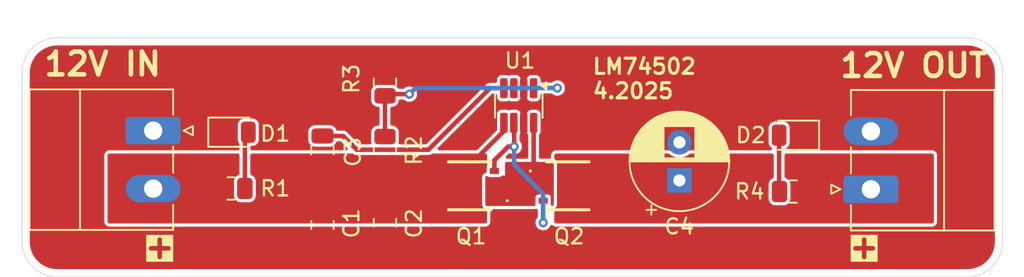
<source format=kicad_pcb>
(kicad_pcb (version 20241229) (generator "pcbnew") (generator_version "9.0")
  (layers (0 "F.Cu" signal) (2 "B.Cu" signal) (13 "F.Paste" user) (15 "B.Paste" user) (5 "F.SilkS" user "F.Silkscreen") (7 "B.SilkS" user "B.Silkscreen") (1 "F.Mask" user) (3 "B.Mask" user) (25 "Edge.Cuts" user))
  (net 0 "")
  (net 1 "/+12VIN")
  (net 2 "GND")
  (net 3 "Net-(U1-VCAP)")
  (net 4 "/+12VOUT")
  (net 5 "Net-(D1-A)")
  (net 6 "Net-(D2-A)")
  (net 7 "Net-(Q1-G)")
  (net 8 "Net-(U1-EN{slash}UVLO)")
  (net 10 "/SRC")
  (footprint "Package_TO_SOT_SMD:SOT-23-8" (layer "F.Cu") (at 134.475 71.75 -90)
    (property "Reference" "U1" (at -2.95 -0.075 0) (layer "F.SilkS"))
    (property "Value" "LM74502QDDFRQ1")
    (fp_line (start 0 1.56) (end -0.8 1.56) (stroke (width 0.12)) (layer "F.SilkS"))
    (fp_line (start 0 1.56) (end 0.8 1.56) (stroke (width 0.12)) (layer "F.SilkS"))
    (fp_line (start 0 -1.56) (end -0.8 -1.56) (stroke (width 0.12)) (layer "F.SilkS"))
    (fp_line (start 0 -1.56) (end 0.8 -1.56) (stroke (width 0.12)) (layer "F.SilkS"))
    (fp_poly (pts (xy -1.3 -1.485) (xy -1.54 -1.815) (xy -1.06 -1.815) (xy -1.3 -1.485)) (stroke (width 0.12)) (fill yes) (layer "F.SilkS"))
    (pad "1" smd roundrect (at -1.1375 -0.975 270) (size 1.325 0.5) (layers "F.Cu" "F.Mask" "F.Paste") (net 8 "Net-(U1-EN{slash}UVLO)"))
    (pad "2" smd roundrect (at -1.1375 -0.325 270) (size 1.325 0.5) (layers "F.Cu" "F.Mask" "F.Paste") (net 2 "GND"))
    (pad "3" smd roundrect (at -1.1375 0.325 270) (size 1.325 0.5) (layers "F.Cu" "F.Mask" "F.Paste"))
    (pad "4" smd roundrect (at -1.1375 0.975 270) (size 1.325 0.5) (layers "F.Cu" "F.Mask" "F.Paste") (net 3 "Net-(U1-VCAP)"))
    (pad "5" smd roundrect (at 1.1375 0.975 270) (size 1.325 0.5) (layers "F.Cu" "F.Mask" "F.Paste") (net 1 "/+12VIN"))
    (pad "6" smd roundrect (at 1.1375 0.325 270) (size 1.325 0.5) (layers "F.Cu" "F.Mask" "F.Paste") (net 7 "Net-(Q1-G)"))
    (pad "7" smd roundrect (at 1.1375 -0.325 270) (size 1.325 0.5) (layers "F.Cu" "F.Mask" "F.Paste") (net 2 "GND"))
    (pad "8" smd roundrect (at 1.1375 -0.975 270) (size 1.325 0.5) (layers "F.Cu" "F.Mask" "F.Paste") (net 10 "/SRC"))
  )
  (footprint "Capacitor_THT:CP_Radial_D6.3mm_P2.50mm" (layer "F.Cu") (at 145.01 76.67 90)
    (property "Reference" "C4" (at -3.03 -0.01 180) (layer "F.SilkS"))
    (property "Value" "220u")
    (fp_line (start 1.33 -3.23) (end 1.33 3.23) (stroke (width 0.12)) (layer "F.SilkS"))
    (fp_line (start 1.29 -3.23) (end 1.29 3.23) (stroke (width 0.12)) (layer "F.SilkS"))
    (fp_line (start 1.25 -3.23) (end 1.25 3.23) (stroke (width 0.12)) (layer "F.SilkS"))
    (fp_line (start 1.37 -3.228) (end 1.37 3.228) (stroke (width 0.12)) (layer "F.SilkS"))
    (fp_line (start 1.41 -3.227) (end 1.41 3.227) (stroke (width 0.12)) (layer "F.SilkS"))
    (fp_line (start 1.45 -3.224) (end 1.45 3.224) (stroke (width 0.12)) (layer "F.SilkS"))
    (fp_line (start 1.49 -3.222) (end 1.49 -1.04) (stroke (width 0.12)) (layer "F.SilkS"))
    (fp_line (start 1.53 -3.218) (end 1.53 -1.04) (stroke (width 0.12)) (layer "F.SilkS"))
    (fp_line (start 1.57 -3.215) (end 1.57 -1.04) (stroke (width 0.12)) (layer "F.SilkS"))
    (fp_line (start 1.61 -3.211) (end 1.61 -1.04) (stroke (width 0.12)) (layer "F.SilkS"))
    (fp_line (start 1.65 -3.206) (end 1.65 -1.04) (stroke (width 0.12)) (layer "F.SilkS"))
    (fp_line (start 1.69 -3.201) (end 1.69 -1.04) (stroke (width 0.12)) (layer "F.SilkS"))
    (fp_line (start 1.73 -3.195) (end 1.73 -1.04) (stroke (width 0.12)) (layer "F.SilkS"))
    (fp_line (start 1.77 -3.189) (end 1.77 -1.04) (stroke (width 0.12)) (layer "F.SilkS"))
    (fp_line (start 1.81 -3.182) (end 1.81 -1.04) (stroke (width 0.12)) (layer "F.SilkS"))
    (fp_line (start 1.85 -3.175) (end 1.85 -1.04) (stroke (width 0.12)) (layer "F.SilkS"))
    (fp_line (start 1.89 -3.167) (end 1.89 -1.04) (stroke (width 0.12)) (layer "F.SilkS"))
    (fp_line (start 1.93 -3.159) (end 1.93 -1.04) (stroke (width 0.12)) (layer "F.SilkS"))
    (fp_line (start 1.971 -3.15) (end 1.971 -1.04) (stroke (width 0.12)) (layer "F.SilkS"))
    (fp_line (start 2.011 -3.141) (end 2.011 -1.04) (stroke (width 0.12)) (layer "F.SilkS"))
    (fp_line (start 2.051 -3.131) (end 2.051 -1.04) (stroke (width 0.12)) (layer "F.SilkS"))
    (fp_line (start 2.091 -3.121) (end 2.091 -1.04) (stroke (width 0.12)) (layer "F.SilkS"))
    (fp_line (start 2.131 -3.11) (end 2.131 -1.04) (stroke (width 0.12)) (layer "F.SilkS"))
    (fp_line (start 2.171 -3.098) (end 2.171 -1.04) (stroke (width 0.12)) (layer "F.SilkS"))
    (fp_line (start 2.211 -3.086) (end 2.211 -1.04) (stroke (width 0.12)) (layer "F.SilkS"))
    (fp_line (start 2.251 -3.074) (end 2.251 -1.04) (stroke (width 0.12)) (layer "F.SilkS"))
    (fp_line (start 2.291 -3.061) (end 2.291 -1.04) (stroke (width 0.12)) (layer "F.SilkS"))
    (fp_line (start 2.331 -3.047) (end 2.331 -1.04) (stroke (width 0.12)) (layer "F.SilkS"))
    (fp_line (start 2.371 -3.033) (end 2.371 -1.04) (stroke (width 0.12)) (layer "F.SilkS"))
    (fp_line (start 2.411 -3.018) (end 2.411 -1.04) (stroke (width 0.12)) (layer "F.SilkS"))
    (fp_line (start 2.451 -3.002) (end 2.451 -1.04) (stroke (width 0.12)) (layer "F.SilkS"))
    (fp_line (start 2.491 -2.986) (end 2.491 -1.04) (stroke (width 0.12)) (layer "F.SilkS"))
    (fp_line (start 2.531 -2.97) (end 2.531 -1.04) (stroke (width 0.12)) (layer "F.SilkS"))
    (fp_line (start 2.571 -2.952) (end 2.571 -1.04) (stroke (width 0.12)) (layer "F.SilkS"))
    (fp_line (start 2.611 -2.934) (end 2.611 -1.04) (stroke (width 0.12)) (layer "F.SilkS"))
    (fp_line (start 2.651 -2.916) (end 2.651 -1.04) (stroke (width 0.12)) (layer "F.SilkS"))
    (fp_line (start 2.691 -2.896) (end 2.691 -1.04) (stroke (width 0.12)) (layer "F.SilkS"))
    (fp_line (start 2.731 -2.876) (end 2.731 -1.04) (stroke (width 0.12)) (layer "F.SilkS"))
    (fp_line (start 2.771 -2.856) (end 2.771 -1.04) (stroke (width 0.12)) (layer "F.SilkS"))
    (fp_line (start 2.811 -2.834) (end 2.811 -1.04) (stroke (width 0.12)) (layer "F.SilkS"))
    (fp_line (start 2.851 -2.812) (end 2.851 -1.04) (stroke (width 0.12)) (layer "F.SilkS"))
    (fp_line (start 2.891 -2.79) (end 2.891 -1.04) (stroke (width 0.12)) (layer "F.SilkS"))
    (fp_line (start 2.931 -2.766) (end 2.931 -1.04) (stroke (width 0.12)) (layer "F.SilkS"))
    (fp_line (start 2.971 -2.742) (end 2.971 -1.04) (stroke (width 0.12)) (layer "F.SilkS"))
    (fp_line (start 3.011 -2.716) (end 3.011 -1.04) (stroke (width 0.12)) (layer "F.SilkS"))
    (fp_line (start 3.051 -2.69) (end 3.051 -1.04) (stroke (width 0.12)) (layer "F.SilkS"))
    (fp_line (start 3.091 -2.664) (end 3.091 -1.04) (stroke (width 0.12)) (layer "F.SilkS"))
    (fp_line (start 3.131 -2.636) (end 3.131 -1.04) (stroke (width 0.12)) (layer "F.SilkS"))
    (fp_line (start 3.171 -2.607) (end 3.171 -1.04) (stroke (width 0.12)) (layer "F.SilkS"))
    (fp_line (start 3.211 -2.578) (end 3.211 -1.04) (stroke (width 0.12)) (layer "F.SilkS"))
    (fp_line (start 3.251 -2.548) (end 3.251 -1.04) (stroke (width 0.12)) (layer "F.SilkS"))
    (fp_line (start 3.291 -2.516) (end 3.291 -1.04) (stroke (width 0.12)) (layer "F.SilkS"))
    (fp_line (start 3.331 -2.484) (end 3.331 -1.04) (stroke (width 0.12)) (layer "F.SilkS"))
    (fp_line (start 3.371 -2.45) (end 3.371 -1.04) (stroke (width 0.12)) (layer "F.SilkS"))
    (fp_line (start 3.411 -2.416) (end 3.411 -1.04) (stroke (width 0.12)) (layer "F.SilkS"))
    (fp_line (start 3.451 -2.38) (end 3.451 -1.04) (stroke (width 0.12)) (layer "F.SilkS"))
    (fp_line (start 3.491 -2.343) (end 3.491 -1.04) (stroke (width 0.12)) (layer "F.SilkS"))
    (fp_line (start 3.531 -2.305) (end 3.531 -1.04) (stroke (width 0.12)) (layer "F.SilkS"))
    (fp_line (start 3.571 -2.265) (end 3.571 2.265) (stroke (width 0.12)) (layer "F.SilkS"))
    (fp_line (start 3.611 -2.224) (end 3.611 2.224) (stroke (width 0.12)) (layer "F.SilkS"))
    (fp_line (start 3.651 -2.182) (end 3.651 2.182) (stroke (width 0.12)) (layer "F.SilkS"))
    (fp_line (start -1.935241 -2.154) (end -1.935241 -1.524) (stroke (width 0.12)) (layer "F.SilkS"))
    (fp_line (start 3.691 -2.137) (end 3.691 2.137) (stroke (width 0.12)) (layer "F.SilkS"))
    (fp_line (start 3.731 -2.092) (end 3.731 2.092) (stroke (width 0.12)) (layer "F.SilkS"))
    (fp_line (start 3.771 -2.044) (end 3.771 2.044) (stroke (width 0.12)) (layer "F.SilkS"))
    (fp_line (start 3.811 -1.995) (end 3.811 1.995) (stroke (width 0.12)) (layer "F.SilkS"))
    (fp_line (start 3.851 -1.944) (end 3.851 1.944) (stroke (width 0.12)) (layer "F.SilkS"))
    (fp_line (start 3.891 -1.89) (end 3.891 1.89) (stroke (width 0.12)) (layer "F.SilkS"))
    (fp_line (start -2.250241 -1.839) (end -1.620241 -1.839) (stroke (width 0.12)) (layer "F.SilkS"))
    (fp_line (start 3.931 -1.834) (end 3.931 1.834) (stroke (width 0.12)) (layer "F.SilkS"))
    (fp_line (start 3.971 -1.776) (end 3.971 1.776) (stroke (width 0.12)) (layer "F.SilkS"))
    (fp_line (start 4.011 -1.714) (end 4.011 1.714) (stroke (width 0.12)) (layer "F.SilkS"))
    (fp_line (start 4.051 -1.65) (end 4.051 1.65) (stroke (width 0.12)) (layer "F.SilkS"))
    (fp_line (start 4.091 -1.581) (end 4.091 1.581) (stroke (width 0.12)) (layer "F.SilkS"))
    (fp_line (start 4.131 -1.509) (end 4.131 1.509) (stroke (width 0.12)) (layer "F.SilkS"))
    (fp_line (start 4.171 -1.432) (end 4.171 1.432) (stroke (width 0.12)) (layer "F.SilkS"))
    (fp_line (start 4.211 -1.35) (end 4.211 1.35) (stroke (width 0.12)) (layer "F.SilkS"))
    (fp_line (start 4.251 -1.262) (end 4.251 1.262) (stroke (width 0.12)) (layer "F.SilkS"))
    (fp_line (start 4.291 -1.165) (end 4.291 1.165) (stroke (width 0.12)) (layer "F.SilkS"))
    (fp_line (start 4.331 -1.059) (end 4.331 1.059) (stroke (width 0.12)) (layer "F.SilkS"))
    (fp_line (start 4.371 -0.94) (end 4.371 0.94) (stroke (width 0.12)) (layer "F.SilkS"))
    (fp_line (start 4.411 -0.802) (end 4.411 0.802) (stroke (width 0.12)) (layer "F.SilkS"))
    (fp_line (start 4.451 -0.633) (end 4.451 0.633) (stroke (width 0.12)) (layer "F.SilkS"))
    (fp_line (start 4.491 -0.402) (end 4.491 0.402) (stroke (width 0.12)) (layer "F.SilkS"))
    (fp_line (start 3.531 1.04) (end 3.531 2.305) (stroke (width 0.12)) (layer "F.SilkS"))
    (fp_line (start 3.491 1.04) (end 3.491 2.343) (stroke (width 0.12)) (layer "F.SilkS"))
    (fp_line (start 3.451 1.04) (end 3.451 2.38) (stroke (width 0.12)) (layer "F.SilkS"))
    (fp_line (start 3.411 1.04) (end 3.411 2.416) (stroke (width 0.12)) (layer "F.SilkS"))
    (fp_line (start 3.371 1.04) (end 3.371 2.45) (stroke (width 0.12)) (layer "F.SilkS"))
    (fp_line (start 3.331 1.04) (end 3.331 2.484) (stroke (width 0.12)) (layer "F.SilkS"))
    (fp_line (start 3.291 1.04) (end 3.291 2.516) (stroke (width 0.12)) (layer "F.SilkS"))
    (fp_line (start 3.251 1.04) (end 3.251 2.548) (stroke (width 0.12)) (layer "F.SilkS"))
    (fp_line (start 3.211 1.04) (end 3.211 2.578) (stroke (width 0.12)) (layer "F.SilkS"))
    (fp_line (start 3.171 1.04) (end 3.171 2.607) (stroke (width 0.12)) (layer "F.SilkS"))
    (fp_line (start 3.131 1.04) (end 3.131 2.636) (stroke (width 0.12)) (layer "F.SilkS"))
    (fp_line (start 3.091 1.04) (end 3.091 2.664) (stroke (width 0.12)) (layer "F.SilkS"))
    (fp_line (start 3.051 1.04) (end 3.051 2.69) (stroke (width 0.12)) (layer "F.SilkS"))
    (fp_line (start 3.011 1.04) (end 3.011 2.716) (stroke (width 0.12)) (layer "F.SilkS"))
    (fp_line (start 2.971 1.04) (end 2.971 2.742) (stroke (width 0.12)) (layer "F.SilkS"))
    (fp_line (start 2.931 1.04) (end 2.931 2.766) (stroke (width 0.12)) (layer "F.SilkS"))
    (fp_line (start 2.891 1.04) (end 2.891 2.79) (stroke (width 0.12)) (layer "F.SilkS"))
    (fp_line (start 2.851 1.04) (end 2.851 2.812) (stroke (width 0.12)) (layer "F.SilkS"))
    (fp_line (start 2.811 1.04) (end 2.811 2.834) (stroke (width 0.12)) (layer "F.SilkS"))
    (fp_line (start 2.771 1.04) (end 2.771 2.856) (stroke (width 0.12)) (layer "F.SilkS"))
    (fp_line (start 2.731 1.04) (end 2.731 2.876) (stroke (width 0.12)) (layer "F.SilkS"))
    (fp_line (start 2.691 1.04) (end 2.691 2.896) (stroke (width 0.12)) (layer "F.SilkS"))
    (fp_line (start 2.651 1.04) (end 2.651 2.916) (stroke (width 0.12)) (layer "F.SilkS"))
    (fp_line (start 2.611 1.04) (end 2.611 2.934) (stroke (width 0.12)) (layer "F.SilkS"))
    (fp_line (start 2.571 1.04) (end 2.571 2.952) (stroke (width 0.12)) (layer "F.SilkS"))
    (fp_line (start 2.531 1.04) (end 2.531 2.97) (stroke (width 0.12)) (layer "F.SilkS"))
    (fp_line (start 2.491 1.04) (end 2.491 2.986) (stroke (width 0.12)) (layer "F.SilkS"))
    (fp_line (start 2.451 1.04) (end 2.451 3.002) (stroke (width 0.12)) (layer "F.SilkS"))
    (fp_line (start 2.411 1.04) (end 2.411 3.018) (stroke (width 0.12)) (layer "F.SilkS"))
    (fp_line (start 2.371 1.04) (end 2.371 3.033) (stroke (width 0.12)) (layer "F.SilkS"))
    (fp_line (start 2.331 1.04) (end 2.331 3.047) (stroke (width 0.12)) (layer "F.SilkS"))
    (fp_line (start 2.291 1.04) (end 2.291 3.061) (stroke (width 0.12)) (layer "F.SilkS"))
    (fp_line (start 2.251 1.04) (end 2.251 3.074) (stroke (width 0.12)) (layer "F.SilkS"))
    (fp_line (start 2.211 1.04) (end 2.211 3.086) (stroke (width 0.12)) (layer "F.SilkS"))
    (fp_line (start 2.171 1.04) (end 2.171 3.098) (stroke (width 0.12)) (layer "F.SilkS"))
    (fp_line (start 2.131 1.04) (end 2.131 3.11) (stroke (width 0.12)) (layer "F.SilkS"))
    (fp_line (start 2.091 1.04) (end 2.091 3.121) (stroke (width 0.12)) (layer "F.SilkS"))
    (fp_line (start 2.051 1.04) (end 2.051 3.131) (stroke (width 0.12)) (layer "F.SilkS"))
    (fp_line (start 2.011 1.04) (end 2.011 3.141) (stroke (width 0.12)) (layer "F.SilkS"))
    (fp_line (start 1.971 1.04) (end 1.971 3.15) (stroke (width 0.12)) (layer "F.SilkS"))
    (fp_line (start 1.93 1.04) (end 1.93 3.159) (stroke (width 0.12)) (layer "F.SilkS"))
    (fp_line (start 1.89 1.04) (end 1.89 3.167) (stroke (width 0.12)) (layer "F.SilkS"))
    (fp_line (start 1.85 1.04) (end 1.85 3.175) (stroke (width 0.12)) (layer "F.SilkS"))
    (fp_line (start 1.81 1.04) (end 1.81 3.182) (stroke (width 0.12)) (layer "F.SilkS"))
    (fp_line (start 1.77 1.04) (end 1.77 3.189) (stroke (width 0.12)) (layer "F.SilkS"))
    (fp_line (start 1.73 1.04) (end 1.73 3.195) (stroke (width 0.12)) (layer "F.SilkS"))
    (fp_line (start 1.69 1.04) (end 1.69 3.201) (stroke (width 0.12)) (layer "F.SilkS"))
    (fp_line (start 1.65 1.04) (end 1.65 3.206) (stroke (width 0.12)) (layer "F.SilkS"))
    (fp_line (start 1.61 1.04) (end 1.61 3.211) (stroke (width 0.12)) (layer "F.SilkS"))
    (fp_line (start 1.57 1.04) (end 1.57 3.215) (stroke (width 0.12)) (layer "F.SilkS"))
    (fp_line (start 1.53 1.04) (end 1.53 3.218) (stroke (width 0.12)) (layer "F.SilkS"))
    (fp_line (start 1.49 1.04) (end 1.49 3.222) (stroke (width 0.12)) (layer "F.SilkS"))
    (fp_circle (center 1.25 0) (end 4.52 0) (stroke (width 0.12)) (fill no) (layer "F.SilkS"))
    (pad "1" thru_hole rect (at 0 0 90) (size 1.6 1.6) (drill 0.8) (layers "*.Cu" "*.Mask") (net 4 "/+12VOUT"))
    (pad "2" thru_hole circle (at 2.5 0 90) (size 1.6 1.6) (drill 0.8) (layers "*.Cu" "*.Mask") (net 2 "GND"))
  )
  (footprint "Resistor_SMD:R_0805_2012Metric" (layer "F.Cu") (at 125.7 74.7 90)
    (property "Reference" "R2" (at 0 1.9 90) (layer "F.SilkS"))
    (property "Value" "300k")
    (fp_line (start -0.227064 -0.735) (end 0.227064 -0.735) (stroke (width 0.12)) (layer "F.SilkS"))
    (fp_line (start -0.227064 0.735) (end 0.227064 0.735) (stroke (width 0.12)) (layer "F.SilkS"))
    (pad "1" smd roundrect (at -0.9125 0 90) (size 1.025 1.4) (layers "F.Cu" "F.Mask" "F.Paste") (roundrect_rratio 0.243902) (net 1 "/+12VIN"))
    (pad "2" smd roundrect (at 0.9125 0 90) (size 1.025 1.4) (layers "F.Cu" "F.Mask" "F.Paste") (roundrect_rratio 0.243902) (net 8 "Net-(U1-EN{slash}UVLO)"))
  )
  (footprint "PXN012-60QLJ:PXN01260QLJ" (layer "F.Cu") (at 131.275 77.025 90)
    (property "Reference" "Q1" (at -3.325 0.075 180) (layer "F.SilkS"))
    (property "Value" "PXN012-60QLJ" (hide yes))
    (fp_line (start 1.575 -1.412) (end 1.575 1.387) (stroke (width 0.2)) (layer "F.SilkS"))
    (fp_line (start -1.575 -1.412) (end -1.575 1.387) (stroke (width 0.2)) (layer "F.SilkS"))
    (fp_line (start -0.975 2.388) (end -0.975 2.388) (stroke (width 0.1)) (layer "F.SilkS"))
    (fp_line (start -0.975 2.487) (end -0.975 2.487) (stroke (width 0.1)) (layer "F.SilkS"))
    (fp_arc (start -0.975 2.388) (mid -0.9255 2.4375) (end -0.975 2.487) (stroke (width 0.1)) (layer "F.SilkS"))
    (fp_arc (start -0.975 2.487) (mid -1.0245 2.4375) (end -0.975 2.388) (stroke (width 0.1)) (layer "F.SilkS"))
    (pad "1" smd rect (at -0.975 1.6 90) (size 0.4 0.6) (layers "F.Cu" "F.Mask" "F.Paste") (net 10 "/SRC"))
    (pad "2" smd rect (at -0.325 1.6 90) (size 0.4 0.6) (layers "F.Cu" "F.Mask" "F.Paste") (net 10 "/SRC"))
    (pad "3" smd rect (at 0.325 1.6 90) (size 0.4 0.6) (layers "F.Cu" "F.Mask" "F.Paste") (net 10 "/SRC"))
    (pad "4" smd rect (at 0.975 1.6 90) (size 0.4 0.6) (layers "F.Cu" "F.Mask" "F.Paste") (net 7 "Net-(Q1-G)"))
    (pad "5" smd rect (at 0.975 -1.625 90) (size 0.4 0.55) (layers "F.Cu" "F.Mask" "F.Paste") (net 1 "/+12VIN"))
    (pad "6" smd rect (at 0.325 -1.625 90) (size 0.4 0.55) (layers "F.Cu" "F.Mask" "F.Paste") (net 1 "/+12VIN"))
    (pad "7" smd rect (at -0.325 -1.625 90) (size 0.4 0.55) (layers "F.Cu" "F.Mask" "F.Paste") (net 1 "/+12VIN"))
    (pad "8" smd rect (at -0.975 -1.625 90) (size 0.4 0.55) (layers "F.Cu" "F.Mask" "F.Paste") (net 1 "/+12VIN"))
    (pad "8" smd rect (at 0 -0.335 180) (size 2.03 2.65) (layers "F.Cu" "F.Mask" "F.Paste") (net 1 "/+12VIN"))
  )
  (footprint "Capacitor_SMD:C_0805_2012Metric" (layer "F.Cu") (at 125.7 79.45 -90)
    (property "Reference" "C2" (at 0.05 -1.9 90) (layer "F.SilkS"))
    (property "Value" "100n")
    (fp_line (start -0.261252 0.735) (end 0.261252 0.735) (stroke (width 0.12)) (layer "F.SilkS"))
    (fp_line (start -0.261252 -0.735) (end 0.261252 -0.735) (stroke (width 0.12)) (layer "F.SilkS"))
    (pad "1" smd roundrect (at -0.95 0 270) (size 1 1.45) (layers "F.Cu" "F.Mask" "F.Paste") (net 1 "/+12VIN"))
    (pad "2" smd roundrect (at 0.95 0 270) (size 1 1.45) (layers "F.Cu" "F.Mask" "F.Paste") (net 2 "GND"))
  )
  (footprint "PXN012-60QLJ:PXN01260QLJ" (layer "F.Cu") (at 137.675 77.025 -90)
    (property "Reference" "Q2" (at 3.325 -0.1 0) (layer "F.SilkS"))
    (property "Value" "PXN012-60QLJ" (hide yes))
    (fp_line (start -0.975 2.487) (end -0.975 2.487) (stroke (width 0.1)) (layer "F.SilkS"))
    (fp_line (start -0.975 2.388) (end -0.975 2.388) (stroke (width 0.1)) (layer "F.SilkS"))
    (fp_line (start -1.575 -1.412) (end -1.575 1.387) (stroke (width 0.2)) (layer "F.SilkS"))
    (fp_line (start 1.575 -1.412) (end 1.575 1.387) (stroke (width 0.2)) (layer "F.SilkS"))
    (fp_arc (start -0.975 2.487) (mid -1.0245 2.4375) (end -0.975 2.388) (stroke (width 0.1)) (layer "F.SilkS"))
    (fp_arc (start -0.975 2.388) (mid -0.9255 2.4375) (end -0.975 2.487) (stroke (width 0.1)) (layer "F.SilkS"))
    (pad "1" smd rect (at -0.975 1.6 270) (size 0.4 0.6) (layers "F.Cu" "F.Mask" "F.Paste") (net 10 "/SRC"))
    (pad "2" smd rect (at -0.325 1.6 270) (size 0.4 0.6) (layers "F.Cu" "F.Mask" "F.Paste") (net 10 "/SRC"))
    (pad "3" smd rect (at 0.325 1.6 270) (size 0.4 0.6) (layers "F.Cu" "F.Mask" "F.Paste") (net 10 "/SRC"))
    (pad "4" smd rect (at 0.975 1.6 270) (size 0.4 0.6) (layers "F.Cu" "F.Mask" "F.Paste") (net 7 "Net-(Q1-G)"))
    (pad "5" smd rect (at 0.975 -1.625 270) (size 0.4 0.55) (layers "F.Cu" "F.Mask" "F.Paste") (net 4 "/+12VOUT"))
    (pad "6" smd rect (at 0.325 -1.625 270) (size 0.4 0.55) (layers "F.Cu" "F.Mask" "F.Paste") (net 4 "/+12VOUT"))
    (pad "7" smd rect (at -0.325 -1.625 270) (size 0.4 0.55) (layers "F.Cu" "F.Mask" "F.Paste") (net 4 "/+12VOUT"))
    (pad "8" smd rect (at -0.975 -1.625 270) (size 0.4 0.55) (layers "F.Cu" "F.Mask" "F.Paste") (net 4 "/+12VOUT"))
    (pad "8" smd rect (at 0 -0.335) (size 2.03 2.65) (layers "F.Cu" "F.Mask" "F.Paste") (net 4 "/+12VOUT"))
  )
  (footprint "Capacitor_SMD:C_0805_2012Metric" (layer "F.Cu") (at 121.6 79.6 90)
    (property "Reference" "C1" (at 0.1 1.9 90) (layer "F.SilkS"))
    (property "Value" "100n")
    (fp_line (start -0.261252 -0.735) (end 0.261252 -0.735) (stroke (width 0.12)) (layer "F.SilkS"))
    (fp_line (start -0.261252 0.735) (end 0.261252 0.735) (stroke (width 0.12)) (layer "F.SilkS"))
    (pad "1" smd roundrect (at -0.95 0 90) (size 1 1.45) (layers "F.Cu" "F.Mask" "F.Paste") (net 2 "GND"))
    (pad "2" smd roundrect (at 0.95 0 90) (size 1 1.45) (layers "F.Cu" "F.Mask" "F.Paste") (net 1 "/+12VIN"))
  )
  (footprint "LED_SMD:LED_0805_2012Metric" (layer "F.Cu") (at 115.8 73.5)
    (property "Reference" "D1" (at 2.7 0.1 0) (layer "F.SilkS"))
    (property "Value" "LED")
    (fp_line (start -1.685 -0.96) (end -1.685 0.96) (stroke (width 0.12)) (layer "F.SilkS"))
    (fp_line (start -1.685 0.96) (end 1 0.96) (stroke (width 0.12)) (layer "F.SilkS"))
    (fp_line (start 1 -0.96) (end -1.685 -0.96) (stroke (width 0.12)) (layer "F.SilkS"))
    (pad "1" smd roundrect (at -0.9375 0) (size 0.975 1.4) (layers "F.Cu" "F.Mask" "F.Paste") (net 2 "GND"))
    (pad "2" smd roundrect (at 0.9375 0) (size 0.975 1.4) (layers "F.Cu" "F.Mask" "F.Paste") (net 5 "Net-(D1-A)"))
  )
  (footprint "Resistor_SMD:R_0805_2012Metric" (layer "F.Cu") (at 125.7 70.2 90)
    (property "Reference" "R3" (at 0.2 -2.2 90) (layer "F.SilkS"))
    (property "Value" "33k")
    (fp_line (start -0.227064 -0.735) (end 0.227064 -0.735) (stroke (width 0.12)) (layer "F.SilkS"))
    (fp_line (start -0.227064 0.735) (end 0.227064 0.735) (stroke (width 0.12)) (layer "F.SilkS"))
    (pad "1" smd roundrect (at -0.9125 0 90) (size 1.025 1.4) (layers "F.Cu" "F.Mask" "F.Paste") (roundrect_rratio 0.243902) (net 8 "Net-(U1-EN{slash}UVLO)"))
    (pad "2" smd roundrect (at 0.9125 0 90) (size 1.025 1.4) (layers "F.Cu" "F.Mask" "F.Paste") (roundrect_rratio 0.243902) (net 2 "GND"))
  )
  (footprint "Connector_Phoenix_MC:PhoenixContact_MC_1,5_2-G-3.81_1x02_P3.81mm_Horizontal" (layer "F.Cu") (at 157.5675 77.25 90)
    (property "Reference" "J3")
    (property "Value" "Conn_01x02")
    (fp_line (start 0.3 -2.6) (end 0 -2) (stroke (width 0.12)) (layer "F.SilkS"))
    (fp_line (start -0.3 -2.6) (end 0.3 -2.6) (stroke (width 0.12)) (layer "F.SilkS"))
    (fp_line (start 0 -2) (end -0.3 -2.6) (stroke (width 0.12)) (layer "F.SilkS"))
    (fp_line (start 6.52 -1.31) (end 4.86 -1.31) (stroke (width 0.12)) (layer "F.SilkS"))
    (fp_line (start 1.05 -1.31) (end 2.76 -1.31) (stroke (width 0.12)) (layer "F.SilkS"))
    (fp_line (start -2.71 -1.31) (end -1.05 -1.31) (stroke (width 0.12)) (layer "F.SilkS"))
    (fp_line (start -2.71 -1.31) (end -2.71 8.11) (stroke (width 0.12)) (layer "F.SilkS"))
    (fp_line (start -2.71 4.8) (end 6.52 4.8) (stroke (width 0.12)) (layer "F.SilkS"))
    (fp_line (start 6.52 8.11) (end 6.52 -1.31) (stroke (width 0.12)) (layer "F.SilkS"))
    (fp_line (start -2.71 8.11) (end 6.52 8.11) (stroke (width 0.12)) (layer "F.SilkS"))
    (pad "1" thru_hole roundrect (at 0 0 90) (size 1.8 3.6) (drill 1.2) (layers "*.Cu" "*.Mask") (roundrect_rratio 0.138889) (net 4 "/+12VOUT"))
    (pad "2" thru_hole oval (at 3.81 0 90) (size 1.8 3.6) (drill 1.2) (layers "*.Cu" "*.Mask") (net 2 "GND"))
  )
  (footprint "Capacitor_SMD:C_0805_2012Metric" (layer "F.Cu") (at 121.6 74.7 90)
    (property "Reference" "C3" (at -0.1 2 90) (layer "F.SilkS"))
    (property "Value" "220n")
    (fp_line (start -0.261252 -0.735) (end 0.261252 -0.735) (stroke (width 0.12)) (layer "F.SilkS"))
    (fp_line (start -0.261252 0.735) (end 0.261252 0.735) (stroke (width 0.12)) (layer "F.SilkS"))
    (pad "1" smd roundrect (at -0.95 0 90) (size 1 1.45) (layers "F.Cu" "F.Mask" "F.Paste") (net 1 "/+12VIN"))
    (pad "2" smd roundrect (at 0.95 0 90) (size 1 1.45) (layers "F.Cu" "F.Mask" "F.Paste") (net 3 "Net-(U1-VCAP)"))
  )
  (footprint "Connector_Phoenix_MC:PhoenixContact_MC_1,5_2-G-3.81_1x02_P3.81mm_Horizontal" (layer "F.Cu") (at 110.5 73.4 -90)
    (property "Reference" "J1")
    (property "Value" "Conn_01x02")
    (fp_line (start -2.71 8.11) (end 6.52 8.11) (stroke (width 0.12)) (layer "F.SilkS"))
    (fp_line (start 6.52 8.11) (end 6.52 -1.31) (stroke (width 0.12)) (layer "F.SilkS"))
    (fp_line (start -2.71 4.8) (end 6.52 4.8) (stroke (width 0.12)) (layer "F.SilkS"))
    (fp_line (start -2.71 -1.31) (end -2.71 8.11) (stroke (width 0.12)) (layer "F.SilkS"))
    (fp_line (start -2.71 -1.31) (end -1.05 -1.31) (stroke (width 0.12)) (layer "F.SilkS"))
    (fp_line (start 1.05 -1.31) (end 2.76 -1.31) (stroke (width 0.12)) (layer "F.SilkS"))
    (fp_line (start 6.52 -1.31) (end 4.86 -1.31) (stroke (width 0.12)) (layer "F.SilkS"))
    (fp_line (start 0 -2) (end -0.3 -2.6) (stroke (width 0.12)) (layer "F.SilkS"))
    (fp_line (start -0.3 -2.6) (end 0.3 -2.6) (stroke (width 0.12)) (layer "F.SilkS"))
    (fp_line (start 0.3 -2.6) (end 0 -2) (stroke (width 0.12)) (layer "F.SilkS"))
    (pad "1" thru_hole roundrect (at 0 0 270) (size 1.8 3.6) (drill 1.2) (layers "*.Cu" "*.Mask") (roundrect_rratio 0.138889) (net 2 "GND"))
    (pad "2" thru_hole oval (at 3.81 0 270) (size 1.8 3.6) (drill 1.2) (layers "*.Cu" "*.Mask") (net 1 "/+12VIN"))
  )
  (footprint "Resistor_SMD:R_0805_2012Metric" (layer "F.Cu") (at 115.6 77.2 180)
    (property "Reference" "R1" (at -2.9 0 0) (layer "F.SilkS"))
    (property "Value" "680R")
    (fp_line (start -0.227064 0.735) (end 0.227064 0.735) (stroke (width 0.12)) (layer "F.SilkS"))
    (fp_line (start -0.227064 -0.735) (end 0.227064 -0.735) (stroke (width 0.12)) (layer "F.SilkS"))
    (pad "1" smd roundrect (at -0.9125 0 180) (size 1.025 1.4) (layers "F.Cu" "F.Mask" "F.Paste") (roundrect_rratio 0.243902) (net 5 "Net-(D1-A)"))
    (pad "2" smd roundrect (at 0.9125 0 180) (size 1.025 1.4) (layers "F.Cu" "F.Mask" "F.Paste") (roundrect_rratio 0.243902) (net 1 "/+12VIN"))
  )
  (footprint "LED_SMD:LED_0805_2012Metric" (layer "F.Cu") (at 152.4875 73.7 180)
    (property "Reference" "D2" (at 2.8 0 0) (layer "F.SilkS"))
    (property "Value" "LED")
    (fp_line (start 1 -0.96) (end -1.685 -0.96) (stroke (width 0.12)) (layer "F.SilkS"))
    (fp_line (start -1.685 0.96) (end 1 0.96) (stroke (width 0.12)) (layer "F.SilkS"))
    (fp_line (start -1.685 -0.96) (end -1.685 0.96) (stroke (width 0.12)) (layer "F.SilkS"))
    (pad "1" smd roundrect (at -0.9375 0 180) (size 0.975 1.4) (layers "F.Cu" "F.Mask" "F.Paste") (net 2 "GND"))
    (pad "2" smd roundrect (at 0.9375 0 180) (size 0.975 1.4) (layers "F.Cu" "F.Mask" "F.Paste") (net 6 "Net-(D2-A)"))
  )
  (footprint "Resistor_SMD:R_0805_2012Metric" (layer "F.Cu") (at 152.4875 77.4)
    (property "Reference" "R4" (at -2.875 0 0) (layer "F.SilkS"))
    (property "Value" "680R")
    (fp_line (start -0.227064 -0.735) (end 0.227064 -0.735) (stroke (width 0.12)) (layer "F.SilkS"))
    (fp_line (start -0.227064 0.735) (end 0.227064 0.735) (stroke (width 0.12)) (layer "F.SilkS"))
    (pad "1" smd roundrect (at -0.9125 0) (size 1.025 1.4) (layers "F.Cu" "F.Mask" "F.Paste") (roundrect_rratio 0.243902) (net 6 "Net-(D2-A)"))
    (pad "2" smd roundrect (at 0.9125 0) (size 1.025 1.4) (layers "F.Cu" "F.Mask" "F.Paste") (roundrect_rratio 0.243902) (net 4 "/+12VOUT"))
  )
  (gr_arc (start 101.9 69.6) (mid 102.573654 67.973654) (end 104.2 67.3) (stroke (width 0.05)) (layer "Edge.Cuts"))
  (gr_line (start 163.9 83) (end 104.2 83) (stroke (width 0.05)) (layer "Edge.Cuts"))
  (gr_arc (start 104.2 83) (mid 102.573654 82.326346) (end 101.9 80.7) (stroke (width 0.05)) (layer "Edge.Cuts"))
  (gr_line (start 104.2 67.3) (end 163.9 67.3) (stroke (width 0.05)) (layer "Edge.Cuts"))
  (gr_line (start 166.2 69.6) (end 166.2 80.7) (stroke (width 0.05)) (layer "Edge.Cuts"))
  (gr_line (start 101.9 80.7) (end 101.9 69.6) (stroke (width 0.05)) (layer "Edge.Cuts"))
  (gr_arc (start 166.2 80.7) (mid 165.526346 82.326346) (end 163.9 83) (stroke (width 0.05)) (layer "Edge.Cuts"))
  (gr_arc (start 163.9 67.3) (mid 165.526346 67.973654) (end 166.2 69.6) (stroke (width 0.05)) (layer "Edge.Cuts"))
  (gr_text "12V OUT" (at 155.4 70 0) (layer "F.SilkS") (effects (font (size 1.5 1.5) (thickness 0.3) (bold yes)) (justify left bottom)))
  (gr_text "+" (at 156 81.9 0) (layer "F.SilkS" knockout) (effects (font (size 1.5 1.5) (thickness 0.3) (bold yes)) (justify left bottom)))
  (gr_text "LM74502\n4.2025" (at 139.22 71.38 0) (layer "F.SilkS") (effects (font (size 1 1) (thickness 0.2) (bold yes)) (justify left bottom)))
  (gr_text "12V IN" (at 103.2 69.9 0) (layer "F.SilkS") (effects (font (size 1.5 1.5) (thickness 0.3) (bold yes)) (justify left bottom)))
  (gr_text "+" (at 109.8 81.9 0) (layer "F.SilkS" knockout) (effects (font (size 1.5 1.5) (thickness 0.3) (bold yes)) (justify left bottom)))
  (segment (start 133.5 73.425) (end 131.975 74.95) (width 0.3) (layer "F.Cu") (net 1))
  (segment (start 133.5 72.8875) (end 133.5 73.425) (width 0.3) (layer "F.Cu") (net 1))
  (segment (start 122.95 73.75) (end 121.6 73.75) (width 0.3) (layer "F.Cu") (net 3))
  (segment (start 123.851 74.651) (end 122.95 73.75) (width 0.3) (layer "F.Cu") (net 3))
  (segment (start 133.5 70.6125) (end 132.5875 70.6125) (width 0.3) (layer "F.Cu") (net 3))
  (segment (start 128.549 74.651) (end 123.851 74.651) (width 0.3) (layer "F.Cu") (net 3))
  (segment (start 132.5875 70.6125) (end 128.549 74.651) (width 0.3) (layer "F.Cu") (net 3))
  (segment (start 116.5125 73.725) (end 116.7375 73.5) (width 0.3) (layer "F.Cu") (net 5))
  (segment (start 116.5125 77.2) (end 116.5125 73.725) (width 0.3) (layer "F.Cu") (net 5))
  (segment (start 151.55 73.7) (end 151.55 77.375) (width 0.3) (layer "F.Cu") (net 6))
  (segment (start 151.55 77.375) (end 151.575 77.4) (width 0.3) (layer "F.Cu") (net 6))
  (segment (start 136.075 78) (end 136.075 79.45) (width 0.3) (layer "F.Cu") (net 7))
  (segment (start 134.175 72.9125) (end 134.15 72.8875) (width 0.3) (layer "F.Cu") (net 7))
  (segment (start 134.175 74.45) (end 134.175 72.9125) (width 0.3) (layer "F.Cu") (net 7))
  (segment (start 134.175 74.45) (end 133.775 74.45) (width 0.3) (layer "F.Cu") (net 7))
  (segment (start 133.775 74.45) (end 132.875 75.35) (width 0.3) (layer "F.Cu") (net 7))
  (segment (start 132.875 75.35) (end 132.875 76.05) (width 0.3) (layer "F.Cu") (net 7))
  (via (at 136.075 79.45) (size 0.6) (drill 0.3) (layers "F.Cu" "B.Cu") (net 7))
  (via (at 134.175 74.45) (size 0.6) (drill 0.3) (layers "F.Cu" "B.Cu") (net 7))
  (segment (start 134.175 74.45) (end 134.175 75.65) (width 0.3) (layer "B.Cu") (net 7))
  (segment (start 136.075 77.55) (end 136.075 79.45) (width 0.3) (layer "B.Cu") (net 7))
  (segment (start 134.175 75.65) (end 136.075 77.55) (width 0.3) (layer "B.Cu") (net 7))
  (segment (start 137 70.6) (end 135.4625 70.6) (width 0.3) (layer "F.Cu") (net 8))
  (segment (start 125.8125 71) (end 125.7 71.1125) (width 0.3) (layer "F.Cu") (net 8))
  (segment (start 135.4625 70.6) (end 135.45 70.6125) (width 0.3) (layer "F.Cu") (net 8))
  (segment (start 127.3 71) (end 125.8125 71) (width 0.3) (layer "F.Cu") (net 8))
  (segment (start 125.7 71.1125) (end 125.7 73.7875) (width 0.3) (layer "F.Cu") (net 8))
  (via (at 127.3 71) (size 0.6) (drill 0.3) (layers "F.Cu" "B.Cu") (net 8))
  (via (at 137 70.6) (size 0.6) (drill 0.3) (layers "F.Cu" "B.Cu") (net 8))
  (segment (start 127.7 70.6) (end 127.3 71) (width 0.3) (layer "B.Cu") (net 8))
  (segment (start 137 70.6) (end 127.7 70.6) (width 0.3) (layer "B.Cu") (net 8))
  (segment (start 135.45 72.8875) (end 135.45 75.875) (width 0.3) (layer "F.Cu") (net 10))
  (segment (start 135.45 75.875) (end 135.075 76.25) (width 0.3) (layer "F.Cu") (net 10))
  (zone (net 1) (net_name "/+12VIN") (layer "F.Cu") (priority 1) (connect_pads yes (clearance 0.2)) (min_thickness 0.25) (fill yes (thermal_gap 0.5) (thermal_bridge_width 0.5))
    (polygon (pts (xy 107.5 79.5) (xy 132.4 79.5) (xy 132.4 74.9) (xy 107.5 74.9)))
  )
  (zone (net 2) (net_name "GND") (layer "F.Cu") (connect_pads yes (clearance 0.2)) (min_thickness 0.2) (fill yes (thermal_gap 0.5) (thermal_bridge_width 0.5))
    (polygon (pts (xy 101.9 67.3) (xy 101.9 83) (xy 166.2 83) (xy 166.2 67.3)))
  )
  (zone (net 10) (net_name "/SRC") (layer "F.Cu") (priority 1) (connect_pads yes (clearance 0.2)) (min_thickness 0.2) (fill yes (thermal_gap 0.5) (thermal_bridge_width 0.5))
    (polygon (pts (xy 133.575 75.45) (xy 136.775 75.45) (xy 136.775 78.35) (xy 132.275 78.35) (xy 132.275 76.35) (xy 133.575 76.35)))
  )
  (zone (net 4) (net_name "/+12VOUT") (layer "F.Cu") (connect_pads yes (clearance 0.2)) (min_thickness 0.25) (fill yes (thermal_gap 0.5) (thermal_bridge_width 0.5))
    (polygon (pts (xy 136.8 79.5) (xy 161.7 79.5) (xy 161.7 74.9) (xy 136.8 74.9)))
  )
)
</source>
